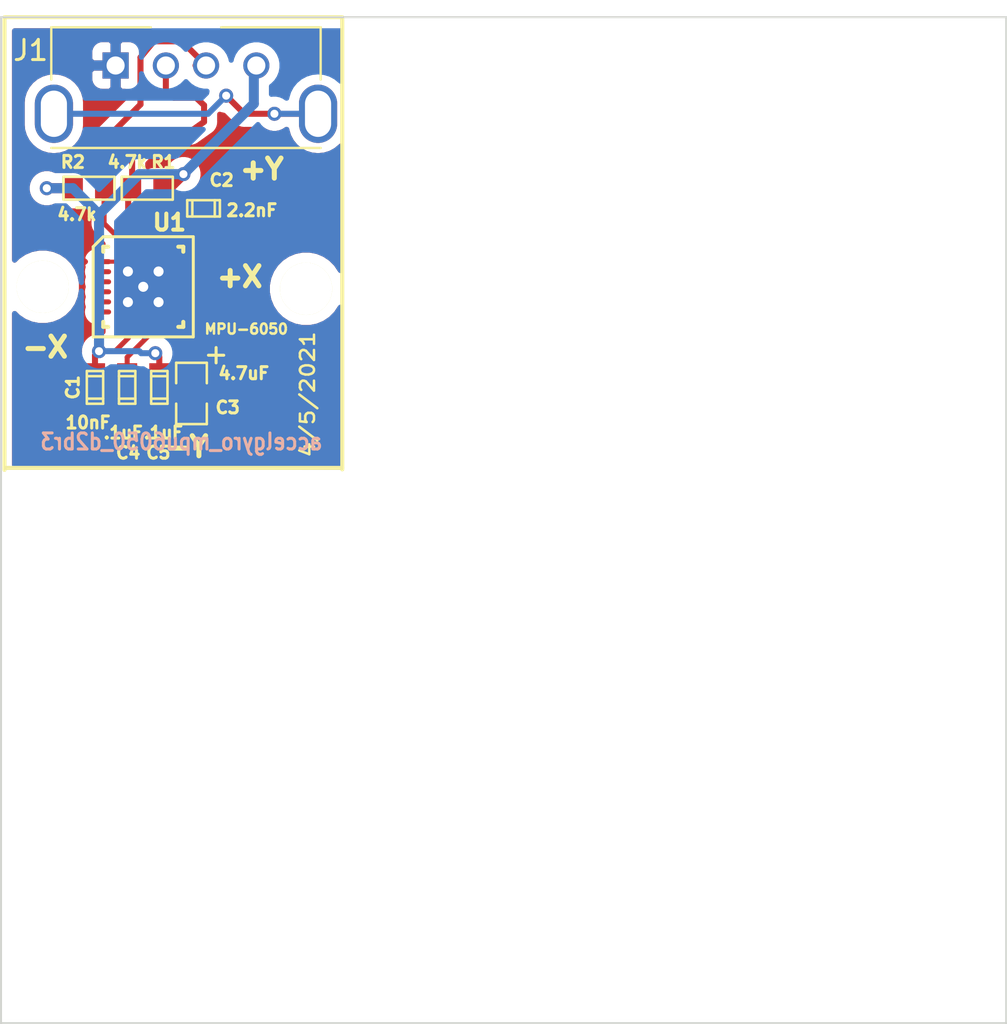
<source format=kicad_pcb>
(kicad_pcb (version 20171130) (host pcbnew 5.1.9-73d0e3b20d~88~ubuntu18.04.1)

  (general
    (thickness 1.6)
    (drawings 14)
    (tracks 94)
    (zones 0)
    (modules 11)
    (nets 8)
  )

  (page A)
  (layers
    (0 F.Cu signal)
    (31 B.Cu signal)
    (32 B.Adhes user)
    (33 F.Adhes user)
    (34 B.Paste user)
    (35 F.Paste user)
    (36 B.SilkS user)
    (37 F.SilkS user)
    (38 B.Mask user)
    (39 F.Mask user)
    (40 Dwgs.User user)
    (41 Cmts.User user)
    (42 Eco1.User user)
    (43 Eco2.User user)
    (44 Edge.Cuts user)
  )

  (setup
    (last_trace_width 0.5)
    (user_trace_width 0.1)
    (user_trace_width 0.15)
    (user_trace_width 0.2)
    (user_trace_width 0.25)
    (user_trace_width 0.3)
    (user_trace_width 0.35)
    (user_trace_width 0.4)
    (user_trace_width 0.5)
    (user_trace_width 0.6)
    (user_trace_width 0.7)
    (user_trace_width 0.8)
    (user_trace_width 1)
    (trace_clearance 0.05)
    (zone_clearance 0.5)
    (zone_45_only no)
    (trace_min 0.1)
    (via_size 0.7)
    (via_drill 0.4)
    (via_min_size 0.7)
    (via_min_drill 0.4)
    (uvia_size 0.4)
    (uvia_drill 0.127)
    (uvias_allowed no)
    (uvia_min_size 0.4)
    (uvia_min_drill 0.127)
    (edge_width 0.1)
    (segment_width 0.2)
    (pcb_text_width 0.3)
    (pcb_text_size 1.5 1.5)
    (mod_edge_width 0.15)
    (mod_text_size 1 1)
    (mod_text_width 0.15)
    (pad_size 0.6 0.6)
    (pad_drill 0.3)
    (pad_to_mask_clearance 0)
    (aux_axis_origin 0 0)
    (visible_elements 7FFFFFFF)
    (pcbplotparams
      (layerselection 0x010fc_ffffffff)
      (usegerberextensions true)
      (usegerberattributes false)
      (usegerberadvancedattributes false)
      (creategerberjobfile false)
      (excludeedgelayer true)
      (linewidth 0.150000)
      (plotframeref false)
      (viasonmask false)
      (mode 1)
      (useauxorigin false)
      (hpglpennumber 1)
      (hpglpenspeed 20)
      (hpglpendiameter 15.000000)
      (psnegative false)
      (psa4output false)
      (plotreference true)
      (plotvalue true)
      (plotinvisibletext false)
      (padsonsilk false)
      (subtractmaskfromsilk false)
      (outputformat 1)
      (mirror false)
      (drillshape 0)
      (scaleselection 1)
      (outputdirectory "PCB/"))
  )

  (net 0 "")
  (net 1 Vdd)
  (net 2 GND)
  (net 3 "Net-(C2-Pad1)")
  (net 4 "Net-(C4-Pad1)")
  (net 5 "Net-(J1-Pad5)")
  (net 6 SCL)
  (net 7 SDA)

  (net_class Default "This is the default net class."
    (clearance 0.05)
    (trace_width 0.5)
    (via_dia 0.7)
    (via_drill 0.4)
    (uvia_dia 0.4)
    (uvia_drill 0.127)
    (add_net GND)
    (add_net "Net-(C2-Pad1)")
    (add_net "Net-(C4-Pad1)")
    (add_net "Net-(J1-Pad5)")
    (add_net SCL)
    (add_net SDA)
    (add_net Vdd)
  )

  (module ted_capacitors:TED_SM0603_C (layer F.Cu) (tedit 5BF5AC1A) (tstamp 60583DAC)
    (at 142.875 110.4 270)
    (descr "SMT capacitor, 0603")
    (path /57C65F54)
    (fp_text reference C5 (at 3.25 0.05) (layer F.SilkS)
      (effects (font (size 0.6 0.6) (thickness 0.15)))
    )
    (fp_text value .1uF (at 2.25 -0.2) (layer F.SilkS)
      (effects (font (size 0.6 0.6) (thickness 0.15)))
    )
    (fp_line (start -0.8128 0.4064) (end -0.8128 -0.4064) (layer F.SilkS) (width 0.127))
    (fp_line (start 0.8128 0.4064) (end -0.8128 0.4064) (layer F.SilkS) (width 0.127))
    (fp_line (start 0.8128 -0.4064) (end 0.8128 0.4064) (layer F.SilkS) (width 0.127))
    (fp_line (start -0.8128 -0.4064) (end 0.8128 -0.4064) (layer F.SilkS) (width 0.127))
    (fp_line (start -0.5588 -0.381) (end -0.5588 0.4064) (layer F.SilkS) (width 0.127))
    (fp_line (start 0.5588 0.4064) (end 0.5588 -0.4064) (layer F.SilkS) (width 0.127))
    (pad 1 smd rect (at -0.75184 0 270) (size 0.89916 1.00076) (layers F.Cu F.Paste F.Mask)
      (net 1 Vdd) (clearance 0.1))
    (pad 2 smd rect (at 0.75184 0 270) (size 0.89916 1.00076) (layers F.Cu F.Paste F.Mask)
      (net 2 GND) (clearance 0.1))
    (model smd/capacitors/c_0603.wrl
      (at (xyz 0 0 0))
      (scale (xyz 1 1 1))
      (rotate (xyz 0 0 0))
    )
  )

  (module ted_ICs:TED_QFN24+1_NO_PASTE (layer F.Cu) (tedit 5BF5AA04) (tstamp 60583DFD)
    (at 142.075 105.4)
    (path /57C65137)
    (fp_text reference U1 (at 1.3 -3.2) (layer F.SilkS)
      (effects (font (size 0.8 0.8) (thickness 0.2)))
    )
    (fp_text value MPU-6050 (at 5.125 2.1) (layer F.SilkS)
      (effects (font (size 0.5 0.5) (thickness 0.125)))
    )
    (fp_line (start 2.4892 -2.4892) (end 2.4892 2.4892) (layer F.SilkS) (width 0.14986))
    (fp_line (start 2.4892 2.4892) (end -2.4892 2.4892) (layer F.SilkS) (width 0.14986))
    (fp_line (start 1.99136 -1.99136) (end 1.99136 -1.74244) (layer F.SilkS) (width 0.20066))
    (fp_line (start 1.74244 -1.99136) (end 1.99136 -1.99136) (layer F.SilkS) (width 0.20066))
    (fp_line (start 1.99136 1.99136) (end 1.74244 1.99136) (layer F.SilkS) (width 0.20066))
    (fp_line (start 1.99136 1.74244) (end 1.99136 1.99136) (layer F.SilkS) (width 0.20066))
    (fp_line (start -1.99136 1.99136) (end -1.99136 1.74244) (layer F.SilkS) (width 0.20066))
    (fp_line (start -1.74244 1.99136) (end -1.99136 1.99136) (layer F.SilkS) (width 0.20066))
    (fp_line (start -1.99136 -1.99136) (end -1.74244 -1.99136) (layer F.SilkS) (width 0.20066))
    (fp_line (start -1.99136 -1.74244) (end -1.99136 -1.99136) (layer F.SilkS) (width 0.20066))
    (fp_line (start -2.4892 -1.99136) (end -1.99136 -2.4892) (layer F.SilkS) (width 0.14986))
    (fp_line (start -2.4892 -1.99136) (end -2.4892 2.4892) (layer F.SilkS) (width 0.14986))
    (fp_line (start -1.99136 -2.4892) (end 2.4892 -2.4892) (layer F.SilkS) (width 0.14986))
    (pad 25 smd rect (at 0 0 270) (size 2.49936 2.49936) (layers B.Cu B.Mask)
      (net 2 GND) (zone_connect 2))
    (pad 25 thru_hole circle (at -0.762 0.762 270) (size 0.6 0.6) (drill 0.5) (layers *.Cu)
      (net 2 GND) (zone_connect 2))
    (pad 25 thru_hole circle (at 0.762 0.762 270) (size 0.6 0.6) (drill 0.5) (layers *.Cu)
      (net 2 GND) (zone_connect 2))
    (pad 25 thru_hole circle (at -0.762 -0.762 270) (size 0.6 0.6) (drill 0.5) (layers *.Cu)
      (net 2 GND) (zone_connect 2))
    (pad 25 thru_hole circle (at 0.762 -0.762 270) (size 0.6 0.6) (drill 0.5) (layers *.Cu)
      (net 2 GND) (zone_connect 2))
    (pad 25 thru_hole circle (at 0 0 270) (size 0.6 0.6) (drill 0.5) (layers *.Cu)
      (net 2 GND) (zone_connect 2))
    (pad 24 smd oval (at -1.24968 -1.99898 270) (size 0.8001 0.24892) (layers F.Cu F.Paste F.Mask)
      (net 7 SDA))
    (pad 23 smd oval (at -0.7493 -1.99898 270) (size 0.8001 0.24892) (layers F.Cu F.Paste F.Mask)
      (net 6 SCL))
    (pad 22 smd oval (at -0.24892 -1.99898 270) (size 0.8001 0.24892) (layers F.Cu F.Paste F.Mask))
    (pad 21 smd oval (at 0.24892 -1.99898 270) (size 0.8001 0.24892) (layers F.Cu F.Paste F.Mask))
    (pad 20 smd oval (at 0.7493 -1.99898 270) (size 0.8001 0.24892) (layers F.Cu F.Paste F.Mask)
      (net 3 "Net-(C2-Pad1)"))
    (pad 19 smd oval (at 1.24968 -1.99898 270) (size 0.8001 0.24892) (layers F.Cu F.Paste F.Mask))
    (pad 18 smd oval (at 1.99898 -1.24968 180) (size 0.8001 0.24892) (layers F.Cu F.Paste F.Mask)
      (net 2 GND))
    (pad 17 smd oval (at 1.99898 -0.7493 180) (size 0.8001 0.24892) (layers F.Cu F.Paste F.Mask))
    (pad 16 smd oval (at 1.99898 -0.24892 180) (size 0.8001 0.24892) (layers F.Cu F.Paste F.Mask))
    (pad 15 smd oval (at 1.99898 0.24892 180) (size 0.8001 0.24892) (layers F.Cu F.Paste F.Mask))
    (pad 14 smd oval (at 1.99898 0.7493 180) (size 0.8001 0.24892) (layers F.Cu F.Paste F.Mask))
    (pad 13 smd oval (at 1.99898 1.24968 180) (size 0.8001 0.24892) (layers F.Cu F.Paste F.Mask)
      (net 1 Vdd))
    (pad 12 smd oval (at 1.24968 1.99898 90) (size 0.8001 0.24892) (layers F.Cu F.Paste F.Mask))
    (pad 11 smd oval (at 0.7493 1.99898 90) (size 0.8001 0.24892) (layers F.Cu F.Paste F.Mask)
      (net 2 GND))
    (pad 10 smd oval (at 0.24892 1.99898 90) (size 0.8001 0.24892) (layers F.Cu F.Paste F.Mask)
      (net 4 "Net-(C4-Pad1)"))
    (pad 9 smd oval (at -0.24892 1.99898 90) (size 0.8001 0.24892) (layers F.Cu F.Paste F.Mask)
      (net 2 GND))
    (pad 8 smd oval (at -0.7493 1.99898 90) (size 0.8001 0.24892) (layers F.Cu F.Paste F.Mask)
      (net 1 Vdd))
    (pad 7 smd oval (at -1.24968 1.99898 90) (size 0.8001 0.24892) (layers F.Cu F.Paste F.Mask))
    (pad 6 smd oval (at -1.99898 1.24968) (size 0.8001 0.24892) (layers F.Cu F.Paste F.Mask))
    (pad 5 smd oval (at -1.99898 0.7493) (size 0.8001 0.24892) (layers F.Cu F.Paste F.Mask))
    (pad 4 smd oval (at -1.99898 0.24892) (size 0.8001 0.24892) (layers F.Cu F.Paste F.Mask))
    (pad 3 smd oval (at -1.99898 -0.24892) (size 0.8001 0.24892) (layers F.Cu F.Paste F.Mask))
    (pad 2 smd oval (at -1.99898 -0.7493) (size 0.8001 0.24892) (layers F.Cu F.Paste F.Mask))
    (pad 1 smd oval (at -1.99898 -1.24968) (size 0.8001 0.24892) (layers F.Cu F.Paste F.Mask)
      (net 2 GND))
    (pad 25 smd rect (at 0 0 270) (size 2.49936 2.49936) (layers F.Cu F.Mask)
      (net 2 GND) (zone_connect 2))
    (model smd/qfn24.wrl
      (at (xyz 0 0 0))
      (scale (xyz 1 1 1))
      (rotate (xyz 0 0 0))
    )
  )

  (module ted_holes:TED_Hole_2_6mm (layer F.Cu) (tedit 0) (tstamp 60583CDC)
    (at 150.175 105.5)
    (path /539CBE67)
    (fp_text reference H2 (at -0.05 -2.425) (layer F.SilkS) hide
      (effects (font (size 1 1) (thickness 0.15)))
    )
    (fp_text value HOLE (at 0.25 2.6) (layer F.SilkS) hide
      (effects (font (size 1 1) (thickness 0.15)))
    )
    (pad "" np_thru_hole circle (at 0 0) (size 2.6 2.6) (drill 2.6) (layers *.Cu *.Mask F.SilkS))
  )

  (module ted_capacitors:TED_SM0603_C (layer F.Cu) (tedit 5BF5AC1D) (tstamp 60583C32)
    (at 141.275 110.4 270)
    (descr "SMT capacitor, 0603")
    (path /52A5541B)
    (fp_text reference C4 (at 3.25 -0.05) (layer F.SilkS)
      (effects (font (size 0.6 0.6) (thickness 0.15)))
    )
    (fp_text value .1uF (at 2.25 0.2) (layer F.SilkS)
      (effects (font (size 0.6 0.6) (thickness 0.15)))
    )
    (fp_line (start -0.8128 0.4064) (end -0.8128 -0.4064) (layer F.SilkS) (width 0.127))
    (fp_line (start 0.8128 0.4064) (end -0.8128 0.4064) (layer F.SilkS) (width 0.127))
    (fp_line (start 0.8128 -0.4064) (end 0.8128 0.4064) (layer F.SilkS) (width 0.127))
    (fp_line (start -0.8128 -0.4064) (end 0.8128 -0.4064) (layer F.SilkS) (width 0.127))
    (fp_line (start -0.5588 -0.381) (end -0.5588 0.4064) (layer F.SilkS) (width 0.127))
    (fp_line (start 0.5588 0.4064) (end 0.5588 -0.4064) (layer F.SilkS) (width 0.127))
    (pad 1 smd rect (at -0.75184 0 270) (size 0.89916 1.00076) (layers F.Cu F.Paste F.Mask)
      (net 4 "Net-(C4-Pad1)") (clearance 0.1))
    (pad 2 smd rect (at 0.75184 0 270) (size 0.89916 1.00076) (layers F.Cu F.Paste F.Mask)
      (net 2 GND) (clearance 0.1))
    (model smd/capacitors/c_0603.wrl
      (at (xyz 0 0 0))
      (scale (xyz 1 1 1))
      (rotate (xyz 0 0 0))
    )
  )

  (module ted_resistors:TED_SM0603_R (layer F.Cu) (tedit 590515EF) (tstamp 60583D7D)
    (at 139.375 100.5)
    (descr "SMT resistor, 0603")
    (path /606043D1)
    (fp_text reference R2 (at -0.8 -1.3) (layer F.SilkS)
      (effects (font (size 0.6 0.6) (thickness 0.15)))
    )
    (fp_text value 4.7k (at -0.6 1.3) (layer F.SilkS)
      (effects (font (size 0.6 0.6) (thickness 0.15)))
    )
    (fp_line (start -1.27 -0.57) (end -1.27 0.57) (layer F.SilkS) (width 0.127))
    (fp_line (start 1.27 -0.57) (end 1.27 0.57) (layer F.SilkS) (width 0.127))
    (fp_line (start -1.25 -0.57) (end 1.25 -0.57) (layer F.SilkS) (width 0.127))
    (fp_line (start 1.25 0.57) (end -1.25 0.57) (layer F.SilkS) (width 0.127))
    (pad 2 smd rect (at 0.75184 0) (size 0.89916 1.00076) (layers F.Cu F.Paste F.Mask)
      (net 7 SDA) (clearance 0.1))
    (pad 1 smd rect (at -0.75184 0) (size 0.89916 1.00076) (layers F.Cu F.Paste F.Mask)
      (net 1 Vdd) (clearance 0.1))
    (model smd/capacitors/c_0603.wrl
      (at (xyz 0 0 0))
      (scale (xyz 1 1 1))
      (rotate (xyz 0 0 0))
    )
  )

  (module ted_capacitors:TED_SM0603_C (layer F.Cu) (tedit 5BF5AC07) (tstamp 60583BF9)
    (at 139.675 110.4 270)
    (descr "SMT capacitor, 0603")
    (path /52959381)
    (fp_text reference C1 (at 0 1.1 270) (layer F.SilkS)
      (effects (font (size 0.6 0.6) (thickness 0.15)))
    )
    (fp_text value 10nF (at 1.75 0.35) (layer F.SilkS)
      (effects (font (size 0.6 0.6) (thickness 0.15)))
    )
    (fp_line (start -0.8128 0.4064) (end -0.8128 -0.4064) (layer F.SilkS) (width 0.127))
    (fp_line (start 0.8128 0.4064) (end -0.8128 0.4064) (layer F.SilkS) (width 0.127))
    (fp_line (start 0.8128 -0.4064) (end 0.8128 0.4064) (layer F.SilkS) (width 0.127))
    (fp_line (start -0.8128 -0.4064) (end 0.8128 -0.4064) (layer F.SilkS) (width 0.127))
    (fp_line (start -0.5588 -0.381) (end -0.5588 0.4064) (layer F.SilkS) (width 0.127))
    (fp_line (start 0.5588 0.4064) (end 0.5588 -0.4064) (layer F.SilkS) (width 0.127))
    (pad 1 smd rect (at -0.75184 0 270) (size 0.89916 1.00076) (layers F.Cu F.Paste F.Mask)
      (net 1 Vdd) (clearance 0.1))
    (pad 2 smd rect (at 0.75184 0 270) (size 0.89916 1.00076) (layers F.Cu F.Paste F.Mask)
      (net 2 GND) (clearance 0.1))
    (model smd/capacitors/c_0603.wrl
      (at (xyz 0 0 0))
      (scale (xyz 1 1 1))
      (rotate (xyz 0 0 0))
    )
  )

  (module ted_capacitors:TED_SM2012_0805_ELEC_C (layer F.Cu) (tedit 5BF5ABDC) (tstamp 60583E67)
    (at 144.475 110.7 270)
    (path /54A72EF7)
    (attr smd)
    (fp_text reference C3 (at 0.7 -1.8) (layer F.SilkS)
      (effects (font (size 0.6 0.6) (thickness 0.15)))
    )
    (fp_text value 4.7uF (at -1 -2.6 180) (layer F.SilkS)
      (effects (font (size 0.6 0.6) (thickness 0.15)))
    )
    (fp_line (start 1.524 0.762) (end 0.508 0.762) (layer F.SilkS) (width 0.127))
    (fp_line (start 1.524 -0.762) (end 1.524 0.762) (layer F.SilkS) (width 0.127))
    (fp_line (start 0.508 -0.762) (end 1.524 -0.762) (layer F.SilkS) (width 0.127))
    (fp_line (start -1.524 -0.762) (end -0.508 -0.762) (layer F.SilkS) (width 0.127))
    (fp_line (start -1.524 0.762) (end -1.524 -0.762) (layer F.SilkS) (width 0.127))
    (fp_line (start -0.508 0.762) (end -1.524 0.762) (layer F.SilkS) (width 0.127))
    (fp_text user + (at -1.9 -1.15 270) (layer F.SilkS)
      (effects (font (size 1 1) (thickness 0.15)))
    )
    (pad 2 smd rect (at 0.9525 0 270) (size 0.889 1.397) (layers F.Cu F.Paste F.Mask)
      (net 2 GND))
    (pad 1 smd rect (at -0.9525 0 270) (size 0.889 1.397) (layers F.Cu F.Paste F.Mask)
      (net 1 Vdd))
    (model smd/chip_cms.wrl
      (at (xyz 0 0 0))
      (scale (xyz 0.1 0.1 0.1))
      (rotate (xyz 0 0 0))
    )
  )

  (module ted_holes:TED_Hole_2_6mm (layer F.Cu) (tedit 0) (tstamp 60583D69)
    (at 137.075 105.4)
    (path /5365C78C)
    (fp_text reference H1 (at -0.05 -2.425) (layer F.SilkS) hide
      (effects (font (size 1 1) (thickness 0.15)))
    )
    (fp_text value HOLE (at 0.25 2.6) (layer F.SilkS) hide
      (effects (font (size 1 1) (thickness 0.15)))
    )
    (pad "" np_thru_hole circle (at 0 0) (size 2.6 2.6) (drill 2.6) (layers *.Cu *.Mask F.SilkS))
  )

  (module ted_resistors:TED_SM0603_R (layer F.Cu) (tedit 590515EF) (tstamp 60583C7B)
    (at 142.275 100.5 180)
    (descr "SMT resistor, 0603")
    (path /60600AFC)
    (fp_text reference R1 (at -0.8 1.3) (layer F.SilkS)
      (effects (font (size 0.6 0.6) (thickness 0.15)))
    )
    (fp_text value 4.7k (at 1 1.3) (layer F.SilkS)
      (effects (font (size 0.6 0.6) (thickness 0.15)))
    )
    (fp_line (start 1.25 0.57) (end -1.25 0.57) (layer F.SilkS) (width 0.127))
    (fp_line (start -1.25 -0.57) (end 1.25 -0.57) (layer F.SilkS) (width 0.127))
    (fp_line (start 1.27 -0.57) (end 1.27 0.57) (layer F.SilkS) (width 0.127))
    (fp_line (start -1.27 -0.57) (end -1.27 0.57) (layer F.SilkS) (width 0.127))
    (pad 1 smd rect (at -0.75184 0 180) (size 0.89916 1.00076) (layers F.Cu F.Paste F.Mask)
      (net 1 Vdd) (clearance 0.1))
    (pad 2 smd rect (at 0.75184 0 180) (size 0.89916 1.00076) (layers F.Cu F.Paste F.Mask)
      (net 6 SCL) (clearance 0.1))
    (model smd/capacitors/c_0603.wrl
      (at (xyz 0 0 0))
      (scale (xyz 1 1 1))
      (rotate (xyz 0 0 0))
    )
  )

  (module ted_capacitors:TED_SM0603_C (layer F.Cu) (tedit 5BF5AA08) (tstamp 60583CEF)
    (at 145.075 101.5)
    (descr "SMT capacitor, 0603")
    (path /57C66146)
    (fp_text reference C2 (at 0.9 -1.4) (layer F.SilkS)
      (effects (font (size 0.6 0.6) (thickness 0.15)))
    )
    (fp_text value 2.2nF (at 2.4 0.1 180) (layer F.SilkS)
      (effects (font (size 0.6 0.6) (thickness 0.15)))
    )
    (fp_line (start -0.8128 0.4064) (end -0.8128 -0.4064) (layer F.SilkS) (width 0.127))
    (fp_line (start 0.8128 0.4064) (end -0.8128 0.4064) (layer F.SilkS) (width 0.127))
    (fp_line (start 0.8128 -0.4064) (end 0.8128 0.4064) (layer F.SilkS) (width 0.127))
    (fp_line (start -0.8128 -0.4064) (end 0.8128 -0.4064) (layer F.SilkS) (width 0.127))
    (fp_line (start -0.5588 -0.381) (end -0.5588 0.4064) (layer F.SilkS) (width 0.127))
    (fp_line (start 0.5588 0.4064) (end 0.5588 -0.4064) (layer F.SilkS) (width 0.127))
    (pad 1 smd rect (at -0.75184 0) (size 0.89916 1.00076) (layers F.Cu F.Paste F.Mask)
      (net 3 "Net-(C2-Pad1)") (clearance 0.1))
    (pad 2 smd rect (at 0.75184 0) (size 0.89916 1.00076) (layers F.Cu F.Paste F.Mask)
      (net 2 GND) (clearance 0.1))
    (model smd/capacitors/c_0603.wrl
      (at (xyz 0 0 0))
      (scale (xyz 1 1 1))
      (rotate (xyz 0 0 0))
    )
  )

  (module ted_connectors:TED_USB_A_VERTICAL_REVERSED (layer F.Cu) (tedit 606BDCAE) (tstamp 606BE58A)
    (at 144.2 95.4)
    (descr https://www.molex.com/pdm_docs/sd/1050570001_sd.pdf)
    (tags "USB A Vertical")
    (path /60286078)
    (fp_text reference J1 (at -7.725 -1.75) (layer F.SilkS)
      (effects (font (size 1 1) (thickness 0.15)))
    )
    (fp_text value USB_A (at 0 4.4) (layer F.Fab)
      (effects (font (size 1 1) (thickness 0.15)))
    )
    (fp_line (start 6.7 3.1) (end -6.7 3.1) (layer F.SilkS) (width 0.12))
    (fp_line (start 6.7 -2.9) (end 1.75 -2.9) (layer F.SilkS) (width 0.12))
    (fp_line (start 6.7 -2.9) (end 6.7 -0.3) (layer F.SilkS) (width 0.12))
    (fp_line (start -6.7 -2.9) (end -6.7 -0.3) (layer F.SilkS) (width 0.12))
    (fp_line (start -6.7 -2.9) (end -1.75 -2.9) (layer F.SilkS) (width 0.12))
    (fp_line (start 6.55 2.96) (end -2.85 2.96) (layer F.Fab) (width 0.1))
    (fp_line (start -4.15 2.96) (end -6.55 2.96) (layer F.Fab) (width 0.1))
    (fp_line (start -3.5 2.2) (end -2.85 2.96) (layer F.Fab) (width 0.1))
    (fp_line (start -4.15 2.96) (end -3.5 2.2) (layer F.Fab) (width 0.1))
    (fp_line (start -8.02 -4.23) (end 8.02 -4.23) (layer F.CrtYd) (width 0.05))
    (fp_line (start -8.02 3.46) (end -8.02 -4.23) (layer F.CrtYd) (width 0.05))
    (fp_line (start 8.02 3.46) (end -8.02 3.46) (layer F.CrtYd) (width 0.05))
    (fp_line (start 8.02 -4.23) (end 8.02 3.46) (layer F.CrtYd) (width 0.05))
    (fp_line (start -6.55 2.96) (end -6.55 -2.76) (layer F.Fab) (width 0.1))
    (fp_line (start 6.55 -2.76) (end 6.55 2.96) (layer F.Fab) (width 0.1))
    (fp_line (start -6.55 -2.76) (end 6.55 -2.76) (layer F.Fab) (width 0.1))
    (fp_text user %R (at -0.05 -0.15) (layer F.Fab)
      (effects (font (size 1 1) (thickness 0.15)))
    )
    (pad 4 thru_hole rect (at -3.5 -1) (size 1.3 1.3) (drill 0.9) (layers *.Cu *.Mask)
      (net 2 GND))
    (pad 3 thru_hole circle (at -1 -1) (size 1.3 1.3) (drill 0.9) (layers *.Cu *.Mask)
      (net 6 SCL))
    (pad 2 thru_hole circle (at 1 -1) (size 1.3 1.3) (drill 0.9) (layers *.Cu *.Mask)
      (net 7 SDA))
    (pad 1 thru_hole circle (at 3.5 -1) (size 1.3 1.3) (drill 0.9) (layers *.Cu *.Mask)
      (net 1 Vdd))
    (pad 5 thru_hole oval (at -6.57 1.4 180) (size 1.9 2.9) (drill oval 1.3 2.3) (layers *.Cu *.Mask)
      (net 5 "Net-(J1-Pad5)"))
    (pad 5 thru_hole oval (at 6.57 1.4) (size 1.9 2.9) (drill oval 1.3 2.3) (layers *.Cu *.Mask)
      (net 5 "Net-(J1-Pad5)"))
    (model ${KISYS3DMOD}/Connector_USB.3dshapes/USB_A_Molex_105057_Vertical.wrl
      (at (xyz 0 0 0))
      (scale (xyz 1 1 1))
      (rotate (xyz 0 0 0))
    )
  )

  (gr_line (start 135.175 114.4) (end 151.975 114.4) (angle 90) (layer F.SilkS) (width 0.2) (tstamp 60583D0C))
  (gr_line (start 151.975 92) (end 135.175 92) (angle 90) (layer F.SilkS) (width 0.2) (tstamp 60583D63))
  (gr_text +Y (at 147.975 99.55) (layer F.SilkS) (tstamp 60583C22)
    (effects (font (size 1 1) (thickness 0.25)))
  )
  (gr_text -Y (at 144.225 113.35) (layer F.SilkS) (tstamp 60583E86)
    (effects (font (size 1 1) (thickness 0.25)))
  )
  (gr_line (start 135.175 92.1) (end 135.175 114.5) (angle 90) (layer F.SilkS) (width 0.2) (tstamp 60583D33))
  (gr_text accelgyro_mpu6050_d2br3 (at 143.975 113.1) (layer B.SilkS) (tstamp 60583CCA)
    (effects (font (size 0.8 0.7) (thickness 0.15)) (justify mirror))
  )
  (gr_text +X (at 146.875 104.9) (layer F.SilkS) (tstamp 60583D2A)
    (effects (font (size 1 1) (thickness 0.25)))
  )
  (gr_text -X (at 137.2 108.4) (layer F.SilkS) (tstamp 60583C91)
    (effects (font (size 1 1) (thickness 0.25)))
  )
  (gr_text 4/5/2021 (at 150.25 110.75 90) (layer F.SilkS) (tstamp 60583D39)
    (effects (font (size 0.7 0.8) (thickness 0.125)))
  )
  (gr_line (start 151.975 114.475) (end 151.975 92.075) (angle 90) (layer F.SilkS) (width 0.2) (tstamp 60583E80))
  (gr_line (start 135 142) (end 185 142) (angle 90) (layer Edge.Cuts) (width 0.1))
  (gr_line (start 185 92) (end 185 142) (angle 90) (layer Edge.Cuts) (width 0.1))
  (gr_line (start 135 92) (end 185 92) (angle 90) (layer Edge.Cuts) (width 0.1) (tstamp 60583CA6))
  (gr_line (start 135 92) (end 135 142) (angle 90) (layer Edge.Cuts) (width 0.1) (tstamp 60583DC3))

  (segment (start 139.675 108.8) (end 139.875 108.6) (width 0.3) (layer F.Cu) (net 1) (tstamp 60583DC9))
  (segment (start 139.675 109.64816) (end 139.675 108.8) (width 0.3) (layer F.Cu) (net 1) (tstamp 60583C94) (status 10))
  (segment (start 141.975 108.7) (end 142.675 108.7) (width 0.3) (layer B.Cu) (net 1) (tstamp 60583CCD))
  (via (at 142.675 108.7) (size 0.7) (drill 0.4) (layers F.Cu B.Cu) (net 1) (tstamp 60583D9C))
  (segment (start 141.875 108.6) (end 141.975 108.7) (width 0.3) (layer B.Cu) (net 1) (tstamp 60583C8E))
  (segment (start 139.875 108.6) (end 141.875 108.6) (width 0.3) (layer B.Cu) (net 1) (tstamp 60583D3C))
  (segment (start 142.675 108.7) (end 142.875 108.9) (width 0.3) (layer F.Cu) (net 1) (tstamp 60583CAC))
  (segment (start 142.875 108.9) (end 142.875 109.64816) (width 0.3) (layer F.Cu) (net 1) (tstamp 60583CB2) (status 20))
  (via (at 139.875 108.6) (size 0.7) (drill 0.4) (layers F.Cu B.Cu) (net 1) (tstamp 60583CBE))
  (segment (start 144.37566 109.64816) (end 144.475 109.7475) (width 0.5) (layer F.Cu) (net 1) (tstamp 60583C58) (status 30))
  (segment (start 142.875 109.64816) (end 144.37566 109.64816) (width 0.5) (layer F.Cu) (net 1) (tstamp 60583D12) (status 30))
  (segment (start 143.02684 100.5) (end 143.375 100.5) (width 0.5) (layer F.Cu) (net 1) (tstamp 60583D57) (status 30))
  (via (at 144.075 99.8) (size 0.7) (drill 0.4) (layers F.Cu B.Cu) (net 1) (tstamp 60583C10))
  (segment (start 143.375 100.5) (end 144.075 99.8) (width 0.5) (layer F.Cu) (net 1) (tstamp 60583C61) (status 10))
  (via (at 137.275 100.5) (size 0.7) (drill 0.4) (layers F.Cu B.Cu) (net 1) (tstamp 60583C49))
  (segment (start 138.62316 100.5) (end 137.275 100.5) (width 0.5) (layer F.Cu) (net 1) (tstamp 60583E83) (status 10))
  (segment (start 141.875 99.8) (end 139.875 101.8) (width 0.5) (layer B.Cu) (net 1) (tstamp 60583D4B))
  (segment (start 144.075 99.8) (end 141.875 99.8) (width 0.5) (layer B.Cu) (net 1) (tstamp 60583D4E))
  (segment (start 139.875 108.6) (end 139.875 101.8) (width 0.5) (layer B.Cu) (net 1) (tstamp 60583D51))
  (segment (start 141.3257 107.39898) (end 141.3257 107.9493) (width 0.25) (layer F.Cu) (net 1) (tstamp 60583D48) (status 10))
  (segment (start 140.675 108.6) (end 139.875 108.6) (width 0.25) (layer F.Cu) (net 1) (tstamp 60583C6A))
  (segment (start 141.3257 107.9493) (end 140.675 108.6) (width 0.25) (layer F.Cu) (net 1) (tstamp 60583D0F))
  (segment (start 144.07398 106.64968) (end 144.42468 106.64968) (width 0.25) (layer F.Cu) (net 1) (tstamp 60583D72) (status 30))
  (segment (start 144.42468 106.64968) (end 144.975 107.2) (width 0.25) (layer F.Cu) (net 1) (tstamp 60583C97) (status 10))
  (segment (start 144.975 109.2475) (end 144.475 109.7475) (width 0.25) (layer F.Cu) (net 1) (tstamp 60583C64) (status 20))
  (segment (start 144.975 107.2) (end 144.975 109.2475) (width 0.25) (layer F.Cu) (net 1) (tstamp 60583D18))
  (segment (start 144.075 99.8) (end 147.575 96.3) (width 0.5) (layer B.Cu) (net 1))
  (segment (start 147.575 94.525) (end 147.7 94.4) (width 0.5) (layer B.Cu) (net 1))
  (segment (start 147.575 96.3) (end 147.575 94.525) (width 0.5) (layer B.Cu) (net 1))
  (segment (start 138.575 100.5) (end 139.875 101.8) (width 0.5) (layer B.Cu) (net 1))
  (segment (start 137.275 100.5) (end 138.575 100.5) (width 0.5) (layer B.Cu) (net 1))
  (segment (start 142.875 112.6) (end 142.875 111.15184) (width 0.5) (layer F.Cu) (net 2) (tstamp 60583C25) (status 20))
  (segment (start 143.125 112.85) (end 142.875 112.6) (width 0.5) (layer F.Cu) (net 2) (tstamp 60583CC4))
  (segment (start 140.82532 104.15032) (end 141.313 104.638) (width 0.2) (layer F.Cu) (net 2) (tstamp 60583C52) (status 30))
  (segment (start 141.525 112.85) (end 141.275 112.6) (width 0.5) (layer F.Cu) (net 2) (tstamp 60583D2D))
  (segment (start 143.625 112.85) (end 142.375 112.85) (width 0.5) (layer F.Cu) (net 2) (tstamp 60583CD3))
  (segment (start 140.07602 104.15032) (end 140.82532 104.15032) (width 0.2) (layer F.Cu) (net 2) (tstamp 60583C5E) (status 30))
  (segment (start 141.82608 105.64892) (end 142.075 105.4) (width 0.2) (layer F.Cu) (net 2) (tstamp 60583C5B) (status 30))
  (segment (start 142.375 112.85) (end 140.325 112.85) (width 0.5) (layer F.Cu) (net 2) (tstamp 60583EDA))
  (segment (start 141.275 112.6) (end 141.275 111.15184) (width 0.5) (layer F.Cu) (net 2) (tstamp 60583C55) (status 20))
  (segment (start 142.375 112.85) (end 141.525 112.85) (width 0.5) (layer F.Cu) (net 2) (tstamp 60583C1F))
  (segment (start 139.675 112.2) (end 139.675 111.15184) (width 0.5) (layer F.Cu) (net 2) (tstamp 60583C1C) (status 20))
  (segment (start 142.8243 107.39898) (end 142.8243 106.1493) (width 0.2) (layer F.Cu) (net 2) (tstamp 60583CB5) (status 30))
  (segment (start 141.82608 107.39898) (end 141.82608 105.64892) (width 0.2) (layer F.Cu) (net 2) (tstamp 60583D90) (status 30))
  (segment (start 142.8243 106.1493) (end 142.075 105.4) (width 0.2) (layer F.Cu) (net 2) (tstamp 60583D09) (status 30))
  (segment (start 144.475 112.597) (end 144.475 111.6525) (width 0.5) (layer F.Cu) (net 2) (tstamp 60583D06) (status 20))
  (segment (start 144.475 112.597) (end 144.222 112.85) (width 0.5) (layer F.Cu) (net 2) (tstamp 60583CD6))
  (segment (start 140.82532 104.15032) (end 142.075 105.4) (width 0.3) (layer F.Cu) (net 2) (tstamp 60583D99) (status 30))
  (segment (start 143.625 112.85) (end 143.125 112.85) (width 0.5) (layer F.Cu) (net 2) (tstamp 60583D5A))
  (segment (start 144.222 112.85) (end 143.625 112.85) (width 0.5) (layer F.Cu) (net 2) (tstamp 60583D1E))
  (segment (start 140.325 112.85) (end 139.675 112.2) (width 0.5) (layer F.Cu) (net 2) (tstamp 60583C19))
  (segment (start 143.32468 104.15032) (end 142.075 105.4) (width 0.3) (layer F.Cu) (net 2) (tstamp 60583C67) (status 30))
  (segment (start 144.07398 104.15032) (end 143.32468 104.15032) (width 0.3) (layer F.Cu) (net 2) (tstamp 60583D9F) (status 30))
  (segment (start 144.07398 104.15032) (end 144.62468 104.15032) (width 0.3) (layer F.Cu) (net 2) (tstamp 60583D93) (status 10))
  (segment (start 144.62468 104.15032) (end 145.32468 104.15032) (width 0.3) (layer F.Cu) (net 2) (tstamp 60583C4C))
  (segment (start 142.8243 103.40102) (end 142.8243 102.5507) (width 0.3) (layer F.Cu) (net 3) (tstamp 60583C16) (status 10))
  (segment (start 143.875 101.5) (end 144.32316 101.5) (width 0.3) (layer F.Cu) (net 3) (tstamp 60583D96) (status 30))
  (segment (start 142.8243 102.5507) (end 143.875 101.5) (width 0.3) (layer F.Cu) (net 3) (tstamp 60583D24) (status 20))
  (segment (start 142.32392 107.39898) (end 142.32392 107.85108) (width 0.25) (layer F.Cu) (net 4) (tstamp 60583CAF) (status 10))
  (segment (start 141.275 108.9) (end 141.275 109.64816) (width 0.25) (layer F.Cu) (net 4) (tstamp 60583CBB) (status 20))
  (segment (start 142.32392 107.85108) (end 141.275 108.9) (width 0.25) (layer F.Cu) (net 4) (tstamp 60583D42))
  (segment (start 137.905 96) (end 137.105 96.8) (width 0.5) (layer F.Cu) (net 5) (tstamp 60583D15) (status 30))
  (via (at 146.2 95.9) (size 0.7) (drill 0.4) (layers F.Cu B.Cu) (net 5))
  (segment (start 137.63 96.8) (end 145.3 96.8) (width 0.3) (layer B.Cu) (net 5))
  (segment (start 145.3 96.8) (end 146.2 95.9) (width 0.3) (layer B.Cu) (net 5))
  (segment (start 146.2 95.9) (end 147.1 96.8) (width 0.3) (layer F.Cu) (net 5))
  (segment (start 150.77 96.8) (end 148.6 96.8) (width 0.3) (layer B.Cu) (net 5))
  (segment (start 147.1 96.8) (end 148.6 96.8) (width 0.3) (layer F.Cu) (net 5))
  (via (at 148.6 96.8) (size 0.7) (drill 0.4) (layers F.Cu B.Cu) (net 5))
  (segment (start 148.6 96.8) (end 150.77 96.8) (width 0.3) (layer F.Cu) (net 5))
  (segment (start 141.3257 102.2993) (end 141.3257 103.40102) (width 0.2) (layer F.Cu) (net 6) (tstamp 60583DC6) (status 20))
  (segment (start 141.3257 102.2993) (end 141.3257 101.90114) (width 0.25) (layer F.Cu) (net 6) (tstamp 60583CC1))
  (segment (start 141.3257 103.40102) (end 141.3257 101.90114) (width 0.25) (layer F.Cu) (net 6) (tstamp 60583D60) (status 10))
  (segment (start 141.3257 100.69746) (end 141.52316 100.5) (width 0.3) (layer F.Cu) (net 6) (tstamp 60583CB8) (status 30))
  (segment (start 141.3257 101.90114) (end 141.3257 100.69746) (width 0.3) (layer F.Cu) (net 6) (tstamp 60583E89) (status 20))
  (segment (start 143.2 95.6) (end 143.2 94.4) (width 0.3) (layer F.Cu) (net 6))
  (segment (start 143.6 96) (end 143.2 95.6) (width 0.3) (layer F.Cu) (net 6))
  (segment (start 144.7 96) (end 143.6 96) (width 0.3) (layer F.Cu) (net 6))
  (segment (start 141.52316 98.95184) (end 142.7875 97.6875) (width 0.3) (layer F.Cu) (net 6))
  (segment (start 142.7875 97.6875) (end 144.4125 97.6875) (width 0.3) (layer F.Cu) (net 6))
  (segment (start 145.1 96.375) (end 144.7 96) (width 0.3) (layer F.Cu) (net 6))
  (segment (start 141.52316 100.5) (end 141.52316 98.95184) (width 0.3) (layer F.Cu) (net 6))
  (segment (start 144.4125 97.6875) (end 145.1 97.2) (width 0.3) (layer F.Cu) (net 6))
  (segment (start 145.1 97.2) (end 145.1 96.375) (width 0.3) (layer F.Cu) (net 6))
  (segment (start 144.775 94.5) (end 144.675 94.4) (width 0.3) (layer F.Cu) (net 7) (tstamp 60583C6D) (status 30))
  (segment (start 140.82532 103.40102) (end 140.82532 102.95032) (width 0.25) (layer F.Cu) (net 7) (tstamp 60583CD0) (status 10))
  (segment (start 140.12684 102.25184) (end 140.12684 100.5) (width 0.25) (layer F.Cu) (net 7) (tstamp 60583D45) (status 20))
  (segment (start 140.82532 102.95032) (end 140.12684 102.25184) (width 0.25) (layer F.Cu) (net 7) (tstamp 60583CA3))
  (segment (start 144 93.2) (end 145.2 94.4) (width 0.3) (layer F.Cu) (net 7))
  (segment (start 142.6 93.2) (end 144 93.2) (width 0.3) (layer F.Cu) (net 7))
  (segment (start 141.9375 94) (end 142.6 93.2) (width 0.3) (layer F.Cu) (net 7))
  (segment (start 141.9375 96.3375) (end 141.9375 94) (width 0.3) (layer F.Cu) (net 7))
  (segment (start 140.12684 100.5) (end 140.12684 98.14816) (width 0.3) (layer F.Cu) (net 7))
  (segment (start 140.12684 98.14816) (end 141.9375 96.3375) (width 0.3) (layer F.Cu) (net 7))

  (zone (net 2) (net_name GND) (layer F.Cu) (tstamp 606BE81E) (hatch edge 0.508)
    (connect_pads (clearance 0.5))
    (min_thickness 0.254)
    (fill yes (arc_segments 16) (thermal_gap 0.508) (thermal_bridge_width 0.508))
    (polygon
      (pts
        (xy 135.275 92.075) (xy 135.175 114.375) (xy 151.95 114.375) (xy 152.075 92)
      )
    )
    (filled_polygon
      (pts
        (xy 142.00062 92.705556) (xy 141.614761 93.171499) (xy 141.59418 93.160498) (xy 141.474482 93.124188) (xy 141.35 93.111928)
        (xy 140.98575 93.115) (xy 140.827 93.27375) (xy 140.827 94.273) (xy 140.847 94.273) (xy 140.847 94.527)
        (xy 140.827 94.527) (xy 140.827 95.52625) (xy 140.98575 95.685) (xy 141.1605 95.686474) (xy 141.1605 96.015656)
        (xy 139.604405 97.571752) (xy 139.574761 97.59608) (xy 139.550433 97.625724) (xy 139.550431 97.625726) (xy 139.477663 97.714394)
        (xy 139.405513 97.849377) (xy 139.401985 97.861008) (xy 139.363984 97.986283) (xy 139.361084 97.995842) (xy 139.346081 98.14816)
        (xy 139.349841 98.186333) (xy 139.34984 99.436786) (xy 139.313843 99.417545) (xy 139.195653 99.381693) (xy 139.07274 99.369587)
        (xy 138.17358 99.369587) (xy 138.050667 99.381693) (xy 137.932477 99.417545) (xy 137.823552 99.475767) (xy 137.728079 99.554119)
        (xy 137.681497 99.61088) (xy 137.55998 99.560546) (xy 137.371226 99.523) (xy 137.178774 99.523) (xy 136.99002 99.560546)
        (xy 136.812217 99.634194) (xy 136.652199 99.741115) (xy 136.516115 99.877199) (xy 136.409194 100.037217) (xy 136.335546 100.21502)
        (xy 136.298 100.403774) (xy 136.298 100.596226) (xy 136.335546 100.78498) (xy 136.409194 100.962783) (xy 136.516115 101.122801)
        (xy 136.652199 101.258885) (xy 136.812217 101.365806) (xy 136.99002 101.439454) (xy 137.178774 101.477) (xy 137.371226 101.477)
        (xy 137.55998 101.439454) (xy 137.681497 101.38912) (xy 137.728079 101.445881) (xy 137.823552 101.524233) (xy 137.932477 101.582455)
        (xy 138.050667 101.618307) (xy 138.17358 101.630413) (xy 139.07274 101.630413) (xy 139.195653 101.618307) (xy 139.313843 101.582455)
        (xy 139.37484 101.549851) (xy 139.37484 102.214904) (xy 139.371202 102.25184) (xy 139.37484 102.288775) (xy 139.37484 102.288777)
        (xy 139.385721 102.399257) (xy 139.415551 102.497591) (xy 139.428722 102.541009) (xy 139.49855 102.67165) (xy 139.537499 102.719109)
        (xy 139.592523 102.786157) (xy 139.621219 102.809707) (xy 140.07332 103.261809) (xy 140.07332 103.39086) (xy 139.67343 103.39086)
        (xy 139.527707 103.430229) (xy 139.392465 103.497271) (xy 139.2729 103.589409) (xy 139.173608 103.703103) (xy 139.098405 103.833983)
        (xy 139.05032 104.031514) (xy 139.19972 104.15032) (xy 139.05032 104.269126) (xy 139.086198 104.416511) (xy 139.059844 104.503388)
        (xy 139.045335 104.6507) (xy 139.059844 104.798012) (xy 139.091052 104.90089) (xy 139.059844 105.003768) (xy 139.045335 105.15108)
        (xy 139.059844 105.298392) (xy 139.090666 105.4) (xy 139.059844 105.501608) (xy 139.045335 105.64892) (xy 139.059844 105.796232)
        (xy 139.091052 105.89911) (xy 139.059844 106.001988) (xy 139.045335 106.1493) (xy 139.059844 106.296612) (xy 139.091052 106.39949)
        (xy 139.059844 106.502368) (xy 139.045335 106.64968) (xy 139.059844 106.796992) (xy 139.102813 106.938642) (xy 139.172591 107.069188)
        (xy 139.266497 107.183613) (xy 139.380922 107.277519) (xy 139.511468 107.347297) (xy 139.653118 107.390266) (xy 139.763523 107.40114)
        (xy 140.07386 107.40114) (xy 140.07386 107.643415) (xy 139.971226 107.623) (xy 139.778774 107.623) (xy 139.59002 107.660546)
        (xy 139.412217 107.734194) (xy 139.252199 107.841115) (xy 139.116115 107.977199) (xy 139.009194 108.137217) (xy 138.935546 108.31502)
        (xy 138.898 108.503774) (xy 138.898 108.635489) (xy 138.824592 108.674727) (xy 138.729119 108.753079) (xy 138.650767 108.848552)
        (xy 138.592545 108.957477) (xy 138.556693 109.075667) (xy 138.544587 109.19858) (xy 138.544587 110.09774) (xy 138.556693 110.220653)
        (xy 138.592545 110.338843) (xy 138.620699 110.391514) (xy 138.585118 110.45808) (xy 138.548808 110.577778) (xy 138.536548 110.70226)
        (xy 138.53962 110.86609) (xy 138.69837 111.02484) (xy 139.548 111.02484) (xy 139.548 111.00484) (xy 139.802 111.00484)
        (xy 139.802 111.02484) (xy 141.148 111.02484) (xy 141.148 111.00484) (xy 141.402 111.00484) (xy 141.402 111.02484)
        (xy 142.748 111.02484) (xy 142.748 111.00484) (xy 143.002 111.00484) (xy 143.002 111.02484) (xy 143.022 111.02484)
        (xy 143.022 111.27884) (xy 143.002 111.27884) (xy 143.002 112.07767) (xy 143.152811 112.228481) (xy 143.186998 112.34118)
        (xy 143.245963 112.451494) (xy 143.325315 112.548185) (xy 143.422006 112.627537) (xy 143.53232 112.686502) (xy 143.652018 112.722812)
        (xy 143.7765 112.735072) (xy 144.18925 112.732) (xy 144.348 112.57325) (xy 144.348 111.7795) (xy 144.602 111.7795)
        (xy 144.602 112.57325) (xy 144.76075 112.732) (xy 145.1735 112.735072) (xy 145.297982 112.722812) (xy 145.41768 112.686502)
        (xy 145.527994 112.627537) (xy 145.624685 112.548185) (xy 145.704037 112.451494) (xy 145.763002 112.34118) (xy 145.799312 112.221482)
        (xy 145.811572 112.097) (xy 145.8085 111.93825) (xy 145.64975 111.7795) (xy 144.602 111.7795) (xy 144.348 111.7795)
        (xy 144.328 111.7795) (xy 144.328 111.5255) (xy 144.348 111.5255) (xy 144.348 111.5055) (xy 144.602 111.5055)
        (xy 144.602 111.5255) (xy 145.64975 111.5255) (xy 145.8085 111.36675) (xy 145.811572 111.208) (xy 145.799312 111.083518)
        (xy 145.763002 110.96382) (xy 145.704037 110.853506) (xy 145.624685 110.756815) (xy 145.54915 110.694825) (xy 145.619001 110.637501)
        (xy 145.697353 110.542028) (xy 145.755575 110.433103) (xy 145.791427 110.314913) (xy 145.803533 110.192) (xy 145.803533 109.303)
        (xy 145.791427 109.180087) (xy 145.755575 109.061897) (xy 145.727 109.008437) (xy 145.727 107.236935) (xy 145.730638 107.199999)
        (xy 145.721755 107.10981) (xy 145.716119 107.052582) (xy 145.673118 106.91083) (xy 145.661923 106.889886) (xy 145.60329 106.780189)
        (xy 145.532863 106.694374) (xy 145.509317 106.665683) (xy 145.480627 106.642138) (xy 145.094186 106.255697) (xy 145.104665 106.1493)
        (xy 145.090156 106.001988) (xy 145.058948 105.89911) (xy 145.090156 105.796232) (xy 145.104665 105.64892) (xy 145.090156 105.501608)
        (xy 145.059334 105.4) (xy 145.090156 105.298392) (xy 145.104665 105.15108) (xy 145.090156 105.003768) (xy 145.058948 104.90089)
        (xy 145.090156 104.798012) (xy 145.104665 104.6507) (xy 145.090156 104.503388) (xy 145.063802 104.416511) (xy 145.09968 104.269126)
        (xy 144.95028 104.15032) (xy 145.09968 104.031514) (xy 145.051595 103.833983) (xy 144.976392 103.703103) (xy 144.8771 103.589409)
        (xy 144.757535 103.497271) (xy 144.622293 103.430229) (xy 144.47657 103.39086) (xy 144.07614 103.39086) (xy 144.07614 103.088523)
        (xy 144.065266 102.978118) (xy 144.022297 102.836468) (xy 143.952519 102.705922) (xy 143.89055 102.630413) (xy 144.77274 102.630413)
        (xy 144.895653 102.618307) (xy 145.013843 102.582455) (xy 145.066514 102.554301) (xy 145.13308 102.589882) (xy 145.252778 102.626192)
        (xy 145.37726 102.638452) (xy 145.54109 102.63538) (xy 145.69984 102.47663) (xy 145.69984 101.627) (xy 145.95384 101.627)
        (xy 145.95384 102.47663) (xy 146.11259 102.63538) (xy 146.27642 102.638452) (xy 146.400902 102.626192) (xy 146.5206 102.589882)
        (xy 146.630914 102.530917) (xy 146.727605 102.451565) (xy 146.806957 102.354874) (xy 146.865922 102.24456) (xy 146.902232 102.124862)
        (xy 146.914492 102.00038) (xy 146.91142 101.78575) (xy 146.75267 101.627) (xy 145.95384 101.627) (xy 145.69984 101.627)
        (xy 145.67984 101.627) (xy 145.67984 101.373) (xy 145.69984 101.373) (xy 145.69984 100.52337) (xy 145.95384 100.52337)
        (xy 145.95384 101.373) (xy 146.75267 101.373) (xy 146.91142 101.21425) (xy 146.914492 100.99962) (xy 146.902232 100.875138)
        (xy 146.865922 100.75544) (xy 146.806957 100.645126) (xy 146.727605 100.548435) (xy 146.630914 100.469083) (xy 146.5206 100.410118)
        (xy 146.400902 100.373808) (xy 146.27642 100.361548) (xy 146.11259 100.36462) (xy 145.95384 100.52337) (xy 145.69984 100.52337)
        (xy 145.54109 100.36462) (xy 145.37726 100.361548) (xy 145.252778 100.373808) (xy 145.13308 100.410118) (xy 145.066514 100.445699)
        (xy 145.013843 100.417545) (xy 144.895653 100.381693) (xy 144.863471 100.378523) (xy 144.940806 100.262783) (xy 145.014454 100.08498)
        (xy 145.052 99.896226) (xy 145.052 99.703774) (xy 145.014454 99.51502) (xy 144.940806 99.337217) (xy 144.833885 99.177199)
        (xy 144.697801 99.041115) (xy 144.537783 98.934194) (xy 144.35998 98.860546) (xy 144.171226 98.823) (xy 143.978774 98.823)
        (xy 143.79002 98.860546) (xy 143.612217 98.934194) (xy 143.452199 99.041115) (xy 143.316115 99.177199) (xy 143.209194 99.337217)
        (xy 143.195786 99.369587) (xy 142.57726 99.369587) (xy 142.454347 99.381693) (xy 142.336157 99.417545) (xy 142.30016 99.436786)
        (xy 142.30016 99.273683) (xy 143.109344 98.4645) (xy 144.385154 98.4645) (xy 144.434165 98.467957) (xy 144.499352 98.459705)
        (xy 144.564819 98.453257) (xy 144.575227 98.4501) (xy 144.586008 98.448735) (xy 144.648346 98.427919) (xy 144.711284 98.408827)
        (xy 144.720875 98.4037) (xy 144.731184 98.400258) (xy 144.788264 98.36768) (xy 144.846266 98.336677) (xy 144.884267 98.305491)
        (xy 145.509485 97.862155) (xy 145.533765 97.849177) (xy 145.571754 97.818001) (xy 145.580572 97.811748) (xy 145.601261 97.793786)
        (xy 145.65208 97.75208) (xy 145.658979 97.743673) (xy 145.667187 97.736547) (xy 145.707466 97.684592) (xy 145.749177 97.633766)
        (xy 145.754302 97.624178) (xy 145.760963 97.615586) (xy 145.790326 97.556783) (xy 145.821327 97.498784) (xy 145.824485 97.488374)
        (xy 145.829339 97.478653) (xy 145.846662 97.415265) (xy 145.865757 97.352319) (xy 145.866823 97.341495) (xy 145.869688 97.331012)
        (xy 145.874311 97.265464) (xy 145.877 97.238166) (xy 145.877 97.227346) (xy 145.880457 97.178335) (xy 145.877 97.151027)
        (xy 145.877 96.823706) (xy 145.91502 96.839454) (xy 146.071796 96.870639) (xy 146.523592 97.322436) (xy 146.54792 97.35208)
        (xy 146.577564 97.376408) (xy 146.577565 97.376409) (xy 146.666233 97.449177) (xy 146.801216 97.521327) (xy 146.947681 97.565757)
        (xy 147.061834 97.577) (xy 147.061843 97.577) (xy 147.099999 97.580758) (xy 147.138155 97.577) (xy 148.00431 97.577)
        (xy 148.137217 97.665806) (xy 148.31502 97.739454) (xy 148.503774 97.777) (xy 148.696226 97.777) (xy 148.88498 97.739454)
        (xy 149.062783 97.665806) (xy 149.19569 97.577) (xy 149.212652 97.577) (xy 149.215818 97.609146) (xy 149.305993 97.906412)
        (xy 149.452428 98.180373) (xy 149.649498 98.420503) (xy 149.889628 98.617572) (xy 150.163589 98.764007) (xy 150.460855 98.854182)
        (xy 150.77 98.88463) (xy 151.079146 98.854182) (xy 151.376412 98.764007) (xy 151.650373 98.617572) (xy 151.890503 98.420503)
        (xy 151.912277 98.393971) (xy 151.87772 104.579792) (xy 151.671799 104.271609) (xy 151.403391 104.003201) (xy 151.087777 103.792315)
        (xy 150.737085 103.647053) (xy 150.364793 103.573) (xy 149.985207 103.573) (xy 149.612915 103.647053) (xy 149.262223 103.792315)
        (xy 148.946609 104.003201) (xy 148.678201 104.271609) (xy 148.467315 104.587223) (xy 148.322053 104.937915) (xy 148.248 105.310207)
        (xy 148.248 105.689793) (xy 148.322053 106.062085) (xy 148.467315 106.412777) (xy 148.678201 106.728391) (xy 148.946609 106.996799)
        (xy 149.262223 107.207685) (xy 149.612915 107.352947) (xy 149.985207 107.427) (xy 150.364793 107.427) (xy 150.737085 107.352947)
        (xy 151.087777 107.207685) (xy 151.403391 106.996799) (xy 151.671799 106.728391) (xy 151.867352 106.435725) (xy 151.823708 114.248)
        (xy 135.677 114.248) (xy 135.677 111.60142) (xy 138.536548 111.60142) (xy 138.548808 111.725902) (xy 138.585118 111.8456)
        (xy 138.644083 111.955914) (xy 138.723435 112.052605) (xy 138.820126 112.131957) (xy 138.93044 112.190922) (xy 139.050138 112.227232)
        (xy 139.17462 112.239492) (xy 139.38925 112.23642) (xy 139.548 112.07767) (xy 139.548 111.27884) (xy 139.802 111.27884)
        (xy 139.802 112.07767) (xy 139.96075 112.23642) (xy 140.17538 112.239492) (xy 140.299862 112.227232) (xy 140.41956 112.190922)
        (xy 140.475 112.161288) (xy 140.53044 112.190922) (xy 140.650138 112.227232) (xy 140.77462 112.239492) (xy 140.98925 112.23642)
        (xy 141.148 112.07767) (xy 141.148 111.27884) (xy 141.402 111.27884) (xy 141.402 112.07767) (xy 141.56075 112.23642)
        (xy 141.77538 112.239492) (xy 141.899862 112.227232) (xy 142.01956 112.190922) (xy 142.075 112.161288) (xy 142.13044 112.190922)
        (xy 142.250138 112.227232) (xy 142.37462 112.239492) (xy 142.58925 112.23642) (xy 142.748 112.07767) (xy 142.748 111.27884)
        (xy 141.402 111.27884) (xy 141.148 111.27884) (xy 139.802 111.27884) (xy 139.548 111.27884) (xy 138.69837 111.27884)
        (xy 138.53962 111.43759) (xy 138.536548 111.60142) (xy 135.677 111.60142) (xy 135.677 106.72719) (xy 135.846609 106.896799)
        (xy 136.162223 107.107685) (xy 136.512915 107.252947) (xy 136.885207 107.327) (xy 137.264793 107.327) (xy 137.637085 107.252947)
        (xy 137.987777 107.107685) (xy 138.303391 106.896799) (xy 138.571799 106.628391) (xy 138.782685 106.312777) (xy 138.927947 105.962085)
        (xy 139.002 105.589793) (xy 139.002 105.210207) (xy 138.927947 104.837915) (xy 138.782685 104.487223) (xy 138.571799 104.171609)
        (xy 138.303391 103.903201) (xy 137.987777 103.692315) (xy 137.637085 103.547053) (xy 137.264793 103.473) (xy 136.885207 103.473)
        (xy 136.512915 103.547053) (xy 136.162223 103.692315) (xy 135.846609 103.903201) (xy 135.677 104.07281) (xy 135.677 96.222531)
        (xy 136.053 96.222531) (xy 136.053 97.377468) (xy 136.075818 97.609145) (xy 136.165993 97.906411) (xy 136.312428 98.180372)
        (xy 136.509497 98.420503) (xy 136.749627 98.617572) (xy 137.023588 98.764007) (xy 137.320854 98.854182) (xy 137.63 98.88463)
        (xy 137.939145 98.854182) (xy 138.236411 98.764007) (xy 138.510372 98.617572) (xy 138.750503 98.420503) (xy 138.947572 98.180373)
        (xy 139.094007 97.906412) (xy 139.184182 97.609146) (xy 139.207 97.377469) (xy 139.207 96.222531) (xy 139.184182 95.990854)
        (xy 139.094007 95.693588) (xy 138.947572 95.419627) (xy 138.750503 95.179497) (xy 138.59271 95.05) (xy 139.411928 95.05)
        (xy 139.424188 95.174482) (xy 139.460498 95.29418) (xy 139.519463 95.404494) (xy 139.598815 95.501185) (xy 139.695506 95.580537)
        (xy 139.80582 95.639502) (xy 139.925518 95.675812) (xy 140.05 95.688072) (xy 140.41425 95.685) (xy 140.573 95.52625)
        (xy 140.573 94.527) (xy 139.57375 94.527) (xy 139.415 94.68575) (xy 139.411928 95.05) (xy 138.59271 95.05)
        (xy 138.510373 94.982428) (xy 138.236412 94.835993) (xy 137.939146 94.745818) (xy 137.63 94.71537) (xy 137.320855 94.745818)
        (xy 137.023589 94.835993) (xy 136.749628 94.982428) (xy 136.509498 95.179497) (xy 136.312428 95.419627) (xy 136.165993 95.693588)
        (xy 136.075818 95.990854) (xy 136.053 96.222531) (xy 135.677 96.222531) (xy 135.677 93.75) (xy 139.411928 93.75)
        (xy 139.415 94.11425) (xy 139.57375 94.273) (xy 140.573 94.273) (xy 140.573 93.27375) (xy 140.41425 93.115)
        (xy 140.05 93.111928) (xy 139.925518 93.124188) (xy 139.80582 93.160498) (xy 139.695506 93.219463) (xy 139.598815 93.298815)
        (xy 139.519463 93.395506) (xy 139.460498 93.50582) (xy 139.424188 93.625518) (xy 139.411928 93.75) (xy 135.677 93.75)
        (xy 135.677 92.677) (xy 142.024055 92.677)
      )
    )
    (filled_polygon
      (pts
        (xy 143.076906 104.386721) (xy 143.084158 104.416511) (xy 143.057804 104.503388) (xy 143.043295 104.6507) (xy 143.057804 104.798012)
        (xy 143.089012 104.90089) (xy 143.057804 105.003768) (xy 143.043295 105.15108) (xy 143.057804 105.298392) (xy 143.088626 105.4)
        (xy 143.057804 105.501608) (xy 143.043295 105.64892) (xy 143.057804 105.796232) (xy 143.089012 105.89911) (xy 143.057804 106.001988)
        (xy 143.043295 106.1493) (xy 143.057804 106.296612) (xy 143.089012 106.39949) (xy 143.086382 106.408158) (xy 142.943106 106.37328)
        (xy 142.8243 106.52268) (xy 142.705494 106.37328) (xy 142.558109 106.409158) (xy 142.471231 106.382804) (xy 142.32392 106.368295)
        (xy 142.176608 106.382804) (xy 142.090862 106.408815) (xy 141.944886 106.37328) (xy 141.82608 106.52268) (xy 141.707274 106.37328)
        (xy 141.559889 106.409158) (xy 141.473011 106.382804) (xy 141.3257 106.368295) (xy 141.178388 106.382804) (xy 141.07551 106.414012)
        (xy 141.064368 106.410632) (xy 141.060988 106.39949) (xy 141.092196 106.296612) (xy 141.106705 106.1493) (xy 141.092196 106.001988)
        (xy 141.060988 105.89911) (xy 141.092196 105.796232) (xy 141.106705 105.64892) (xy 141.092196 105.501608) (xy 141.061374 105.4)
        (xy 141.092196 105.298392) (xy 141.106705 105.15108) (xy 141.092196 105.003768) (xy 141.060988 104.90089) (xy 141.092196 104.798012)
        (xy 141.106705 104.6507) (xy 141.092196 104.503388) (xy 141.065842 104.416511) (xy 141.073094 104.386721) (xy 141.07551 104.385988)
        (xy 141.178388 104.417196) (xy 141.3257 104.431705) (xy 141.473011 104.417196) (xy 141.57589 104.385988) (xy 141.678768 104.417196)
        (xy 141.82608 104.431705) (xy 141.973391 104.417196) (xy 142.075 104.386373) (xy 142.176608 104.417196) (xy 142.32392 104.431705)
        (xy 142.471231 104.417196) (xy 142.57411 104.385988) (xy 142.676988 104.417196) (xy 142.8243 104.431705) (xy 142.971611 104.417196)
        (xy 143.07449 104.385988)
      )
    )
  )
  (zone (net 2) (net_name GND) (layer B.Cu) (tstamp 0) (hatch edge 0.508)
    (connect_pads (clearance 0.5))
    (min_thickness 0.254)
    (fill yes (arc_segments 32) (thermal_gap 0.508) (thermal_bridge_width 0.508))
    (polygon
      (pts
        (xy 152 114.5) (xy 135.175 114.4) (xy 135.225 92.125) (xy 135.15 92.1) (xy 152.025 92)
      )
    )
    (filled_polygon
      (pts
        (xy 147.841115 97.422801) (xy 147.977199 97.558885) (xy 148.137217 97.665806) (xy 148.31502 97.739454) (xy 148.503774 97.777)
        (xy 148.696226 97.777) (xy 148.88498 97.739454) (xy 149.062783 97.665806) (xy 149.19569 97.577) (xy 149.212652 97.577)
        (xy 149.215818 97.609146) (xy 149.305993 97.906412) (xy 149.452428 98.180373) (xy 149.649498 98.420503) (xy 149.889628 98.617572)
        (xy 150.163589 98.764007) (xy 150.460855 98.854182) (xy 150.77 98.88463) (xy 151.079146 98.854182) (xy 151.376412 98.764007)
        (xy 151.650373 98.617572) (xy 151.890503 98.420503) (xy 151.890867 98.42006) (xy 151.884011 104.590423) (xy 151.882685 104.587223)
        (xy 151.671799 104.271609) (xy 151.403391 104.003201) (xy 151.087777 103.792315) (xy 150.737085 103.647053) (xy 150.364793 103.573)
        (xy 149.985207 103.573) (xy 149.612915 103.647053) (xy 149.262223 103.792315) (xy 148.946609 104.003201) (xy 148.678201 104.271609)
        (xy 148.467315 104.587223) (xy 148.322053 104.937915) (xy 148.248 105.310207) (xy 148.248 105.689793) (xy 148.322053 106.062085)
        (xy 148.467315 106.412777) (xy 148.678201 106.728391) (xy 148.946609 106.996799) (xy 149.262223 107.207685) (xy 149.612915 107.352947)
        (xy 149.985207 107.427) (xy 150.364793 107.427) (xy 150.737085 107.352947) (xy 151.087777 107.207685) (xy 151.403391 106.996799)
        (xy 151.671799 106.728391) (xy 151.881985 106.413825) (xy 151.873142 114.372244) (xy 135.677 114.275981) (xy 135.677 106.72719)
        (xy 135.846609 106.896799) (xy 136.162223 107.107685) (xy 136.512915 107.252947) (xy 136.885207 107.327) (xy 137.264793 107.327)
        (xy 137.637085 107.252947) (xy 137.987777 107.107685) (xy 138.303391 106.896799) (xy 138.571799 106.628391) (xy 138.782685 106.312777)
        (xy 138.927947 105.962085) (xy 138.998 105.6099) (xy 138.998 108.164242) (xy 138.935546 108.31502) (xy 138.898 108.503774)
        (xy 138.898 108.696226) (xy 138.935546 108.88498) (xy 139.009194 109.062783) (xy 139.116115 109.222801) (xy 139.252199 109.358885)
        (xy 139.412217 109.465806) (xy 139.59002 109.539454) (xy 139.778774 109.577) (xy 139.971226 109.577) (xy 140.15998 109.539454)
        (xy 140.337783 109.465806) (xy 140.47069 109.377) (xy 141.593287 109.377) (xy 141.676216 109.421327) (xy 141.822681 109.465757)
        (xy 141.936834 109.477) (xy 141.936844 109.477) (xy 141.974999 109.480758) (xy 142.013155 109.477) (xy 142.07931 109.477)
        (xy 142.212217 109.565806) (xy 142.39002 109.639454) (xy 142.578774 109.677) (xy 142.771226 109.677) (xy 142.95998 109.639454)
        (xy 143.137783 109.565806) (xy 143.297801 109.458885) (xy 143.433885 109.322801) (xy 143.540806 109.162783) (xy 143.614454 108.98498)
        (xy 143.652 108.796226) (xy 143.652 108.603774) (xy 143.614454 108.41502) (xy 143.540806 108.237217) (xy 143.433885 108.077199)
        (xy 143.297801 107.941115) (xy 143.137783 107.834194) (xy 142.95998 107.760546) (xy 142.771226 107.723) (xy 142.578774 107.723)
        (xy 142.39002 107.760546) (xy 142.212217 107.834194) (xy 142.154434 107.872803) (xy 142.027319 107.834243) (xy 141.913166 107.823)
        (xy 141.913163 107.823) (xy 141.875 107.819241) (xy 141.836837 107.823) (xy 140.752 107.823) (xy 140.752 102.163265)
        (xy 142.238266 100.677) (xy 143.639242 100.677) (xy 143.79002 100.739454) (xy 143.978774 100.777) (xy 144.171226 100.777)
        (xy 144.35998 100.739454) (xy 144.537783 100.665806) (xy 144.697801 100.558885) (xy 144.833885 100.422801) (xy 144.940806 100.262783)
        (xy 145.00326 100.112005) (xy 147.781574 97.333691)
      )
    )
    (filled_polygon
      (pts
        (xy 151.894462 95.184321) (xy 151.890503 95.179497) (xy 151.650372 94.982428) (xy 151.376411 94.835993) (xy 151.079145 94.745818)
        (xy 150.77 94.71537) (xy 150.460854 94.745818) (xy 150.163588 94.835993) (xy 149.889627 94.982428) (xy 149.649497 95.179497)
        (xy 149.452428 95.419628) (xy 149.305993 95.693589) (xy 149.215818 95.990855) (xy 149.212652 96.023) (xy 149.19569 96.023)
        (xy 149.062783 95.934194) (xy 148.88498 95.860546) (xy 148.696226 95.823) (xy 148.503774 95.823) (xy 148.452 95.833299)
        (xy 148.452 95.433365) (xy 148.51404 95.391911) (xy 148.691911 95.21404) (xy 148.831663 95.004886) (xy 148.927926 94.772487)
        (xy 148.977 94.525774) (xy 148.977 94.274226) (xy 148.927926 94.027513) (xy 148.831663 93.795114) (xy 148.691911 93.58596)
        (xy 148.51404 93.408089) (xy 148.304886 93.268337) (xy 148.072487 93.172074) (xy 147.825774 93.123) (xy 147.574226 93.123)
        (xy 147.327513 93.172074) (xy 147.095114 93.268337) (xy 146.88596 93.408089) (xy 146.708089 93.58596) (xy 146.568337 93.795114)
        (xy 146.472074 94.027513) (xy 146.45 94.138487) (xy 146.427926 94.027513) (xy 146.331663 93.795114) (xy 146.191911 93.58596)
        (xy 146.01404 93.408089) (xy 145.804886 93.268337) (xy 145.572487 93.172074) (xy 145.325774 93.123) (xy 145.074226 93.123)
        (xy 144.827513 93.172074) (xy 144.595114 93.268337) (xy 144.38596 93.408089) (xy 144.208089 93.58596) (xy 144.2 93.598066)
        (xy 144.191911 93.58596) (xy 144.01404 93.408089) (xy 143.804886 93.268337) (xy 143.572487 93.172074) (xy 143.325774 93.123)
        (xy 143.074226 93.123) (xy 142.827513 93.172074) (xy 142.595114 93.268337) (xy 142.38596 93.408089) (xy 142.208089 93.58596)
        (xy 142.068337 93.795114) (xy 141.986015 93.993856) (xy 141.988072 93.75) (xy 141.975812 93.625518) (xy 141.939502 93.50582)
        (xy 141.880537 93.395506) (xy 141.801185 93.298815) (xy 141.704494 93.219463) (xy 141.59418 93.160498) (xy 141.474482 93.124188)
        (xy 141.35 93.111928) (xy 140.98575 93.115) (xy 140.827 93.27375) (xy 140.827 94.273) (xy 140.847 94.273)
        (xy 140.847 94.527) (xy 140.827 94.527) (xy 140.827 95.52625) (xy 140.98575 95.685) (xy 141.35 95.688072)
        (xy 141.474482 95.675812) (xy 141.59418 95.639502) (xy 141.704494 95.580537) (xy 141.801185 95.501185) (xy 141.880537 95.404494)
        (xy 141.939502 95.29418) (xy 141.975812 95.174482) (xy 141.988072 95.05) (xy 141.986015 94.806144) (xy 142.068337 95.004886)
        (xy 142.208089 95.21404) (xy 142.38596 95.391911) (xy 142.595114 95.531663) (xy 142.827513 95.627926) (xy 143.074226 95.677)
        (xy 143.325774 95.677) (xy 143.572487 95.627926) (xy 143.804886 95.531663) (xy 144.01404 95.391911) (xy 144.191911 95.21404)
        (xy 144.2 95.201934) (xy 144.208089 95.21404) (xy 144.38596 95.391911) (xy 144.595114 95.531663) (xy 144.827513 95.627926)
        (xy 145.074226 95.677) (xy 145.248217 95.677) (xy 145.229361 95.771795) (xy 144.978157 96.023) (xy 139.187348 96.023)
        (xy 139.184182 95.990854) (xy 139.094007 95.693588) (xy 138.947572 95.419627) (xy 138.750503 95.179497) (xy 138.59271 95.05)
        (xy 139.411928 95.05) (xy 139.424188 95.174482) (xy 139.460498 95.29418) (xy 139.519463 95.404494) (xy 139.598815 95.501185)
        (xy 139.695506 95.580537) (xy 139.80582 95.639502) (xy 139.925518 95.675812) (xy 140.05 95.688072) (xy 140.41425 95.685)
        (xy 140.573 95.52625) (xy 140.573 94.527) (xy 139.57375 94.527) (xy 139.415 94.68575) (xy 139.411928 95.05)
        (xy 138.59271 95.05) (xy 138.510373 94.982428) (xy 138.236412 94.835993) (xy 137.939146 94.745818) (xy 137.63 94.71537)
        (xy 137.320855 94.745818) (xy 137.023589 94.835993) (xy 136.749628 94.982428) (xy 136.509498 95.179497) (xy 136.312428 95.419627)
        (xy 136.165993 95.693588) (xy 136.075818 95.990854) (xy 136.053 96.222531) (xy 136.053 97.377468) (xy 136.075818 97.609145)
        (xy 136.165993 97.906411) (xy 136.312428 98.180372) (xy 136.509497 98.420503) (xy 136.749627 98.617572) (xy 137.023588 98.764007)
        (xy 137.320854 98.854182) (xy 137.63 98.88463) (xy 137.939145 98.854182) (xy 138.236411 98.764007) (xy 138.510372 98.617572)
        (xy 138.750503 98.420503) (xy 138.947572 98.180373) (xy 139.094007 97.906412) (xy 139.184182 97.609146) (xy 139.187348 97.577)
        (xy 145.057735 97.577) (xy 143.762995 98.87174) (xy 143.639242 98.923) (xy 141.918076 98.923) (xy 141.874999 98.918757)
        (xy 141.831922 98.923) (xy 141.831921 98.923) (xy 141.703078 98.93569) (xy 141.537763 98.985838) (xy 141.385408 99.067273)
        (xy 141.251867 99.176867) (xy 141.224408 99.210326) (xy 139.875 100.559735) (xy 139.225597 99.910332) (xy 139.198133 99.876867)
        (xy 139.064592 99.767273) (xy 138.912237 99.685838) (xy 138.746922 99.63569) (xy 138.618079 99.623) (xy 138.575 99.618757)
        (xy 138.531921 99.623) (xy 137.710758 99.623) (xy 137.55998 99.560546) (xy 137.371226 99.523) (xy 137.178774 99.523)
        (xy 136.99002 99.560546) (xy 136.812217 99.634194) (xy 136.652199 99.741115) (xy 136.516115 99.877199) (xy 136.409194 100.037217)
        (xy 136.335546 100.21502) (xy 136.298 100.403774) (xy 136.298 100.596226) (xy 136.335546 100.78498) (xy 136.409194 100.962783)
        (xy 136.516115 101.122801) (xy 136.652199 101.258885) (xy 136.812217 101.365806) (xy 136.99002 101.439454) (xy 137.178774 101.477)
        (xy 137.371226 101.477) (xy 137.55998 101.439454) (xy 137.710758 101.377) (xy 138.211735 101.377) (xy 138.998001 102.163266)
        (xy 138.998001 105.1901) (xy 138.927947 104.837915) (xy 138.782685 104.487223) (xy 138.571799 104.171609) (xy 138.303391 103.903201)
        (xy 137.987777 103.692315) (xy 137.637085 103.547053) (xy 137.264793 103.473) (xy 136.885207 103.473) (xy 136.512915 103.547053)
        (xy 136.162223 103.692315) (xy 135.846609 103.903201) (xy 135.677 104.07281) (xy 135.677 93.75) (xy 139.411928 93.75)
        (xy 139.415 94.11425) (xy 139.57375 94.273) (xy 140.573 94.273) (xy 140.573 93.27375) (xy 140.41425 93.115)
        (xy 140.05 93.111928) (xy 139.925518 93.124188) (xy 139.80582 93.160498) (xy 139.695506 93.219463) (xy 139.598815 93.298815)
        (xy 139.519463 93.395506) (xy 139.460498 93.50582) (xy 139.424188 93.625518) (xy 139.411928 93.75) (xy 135.677 93.75)
        (xy 135.677 92.677) (xy 151.897248 92.677)
      )
    )
  )
)

</source>
